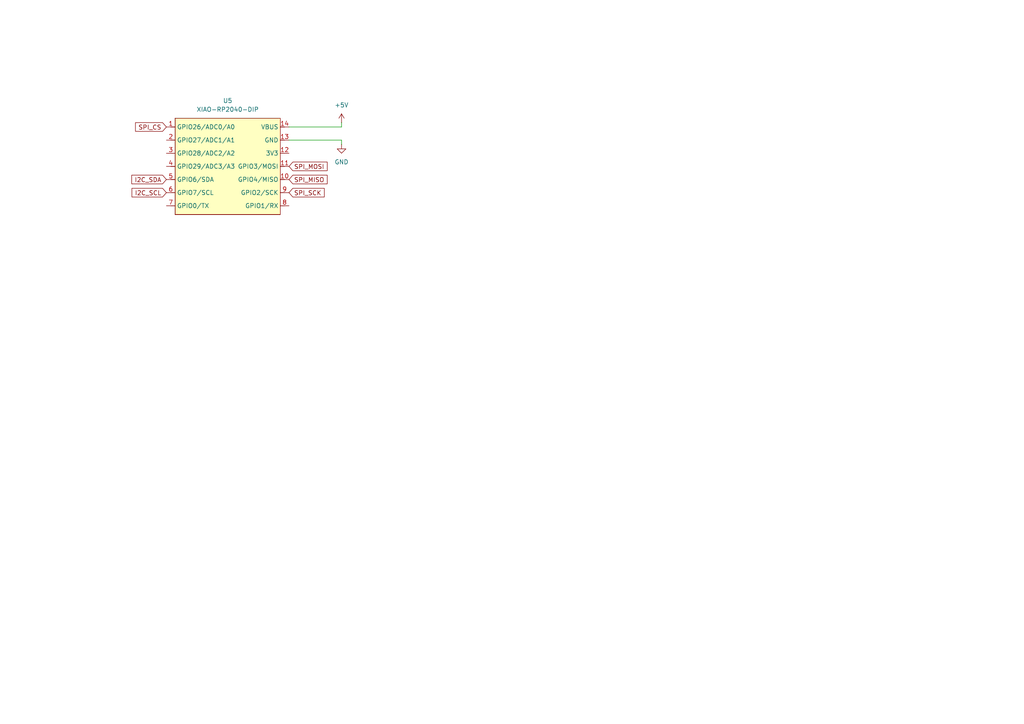
<source format=kicad_sch>
(kicad_sch (version 20250114) (generator "eeschema") (generator_version "9.0")
  (paper "A4")
  (lib_symbols
    (symbol "Seeed_Studio_XIAO_Series:XIAO-RP2040-DIP"
      (property "Reference" "U5" (at 13.97 2.54 0))
      (property "Value" "XIAO-RP2040-DIP" (at 13.97 0 0))
      (symbol "XIAO-RP2040-DIP_1_0"
        (polyline (pts (xy -1.27 -2.54) (xy 29.21 -2.54)) (stroke (width 0.1524)))
        (polyline (pts (xy -1.27 -5.08) (xy -2.54 -5.08)) (stroke (width 0.1524)))
        (polyline (pts (xy -1.27 -5.08) (xy -1.27 -2.54)) (stroke (width 0.1524)))
        (polyline (pts (xy -1.27 -8.89) (xy -2.54 -8.89)) (stroke (width 0.1524)))
        (polyline (pts (xy -1.27 -8.89) (xy -1.27 -5.08)) (stroke (width 0.1524)))
        (polyline (pts (xy -1.27 -12.7) (xy -2.54 -12.7)) (stroke (width 0.1524)))
        (polyline (pts (xy -1.27 -12.7) (xy -1.27 -8.89)) (stroke (width 0.1524)))
        (polyline (pts (xy -1.27 -16.51) (xy -2.54 -16.51)) (stroke (width 0.1524)))
        (polyline (pts (xy -1.27 -16.51) (xy -1.27 -12.7)) (stroke (width 0.1524)))
        (polyline (pts (xy -1.27 -20.32) (xy -2.54 -20.32)) (stroke (width 0.1524)))
        (polyline (pts (xy -1.27 -24.13) (xy -2.54 -24.13)) (stroke (width 0.1524)))
        (polyline (pts (xy -1.27 -27.94) (xy -2.54 -27.94)) (stroke (width 0.1524)))
        (polyline (pts (xy -1.27 -30.48) (xy -1.27 -16.51)) (stroke (width 0.1524)))
        (polyline (pts (xy 29.21 -2.54) (xy 29.21 -5.08)) (stroke (width 0.1524)))
        (polyline (pts (xy 29.21 -5.08) (xy 29.21 -8.89)) (stroke (width 0.1524)))
        (polyline (pts (xy 29.21 -8.89) (xy 29.21 -12.7)) (stroke (width 0.1524)))
        (polyline (pts (xy 29.21 -12.7) (xy 29.21 -30.48)) (stroke (width 0.1524)))
        (polyline (pts (xy 29.21 -30.48) (xy -1.27 -30.48)) (stroke (width 0.1524)))
        (polyline (pts (xy 30.48 -5.08) (xy 29.21 -5.08)) (stroke (width 0.1524)))
        (polyline (pts (xy 30.48 -8.89) (xy 29.21 -8.89)) (stroke (width 0.1524)))
        (polyline (pts (xy 30.48 -12.7) (xy 29.21 -12.7)) (stroke (width 0.1524)))
        (polyline (pts (xy 30.48 -16.51) (xy 29.21 -16.51)) (stroke (width 0.1524)))
        (polyline (pts (xy 30.48 -20.32) (xy 29.21 -20.32)) (stroke (width 0.1524)))
        (polyline (pts (xy 30.48 -24.13) (xy 29.21 -24.13)) (stroke (width 0.1524)))
        (polyline (pts (xy 30.48 -27.94) (xy 29.21 -27.94)) (stroke (width 0.1524)))
        (pin passive line (at -3.81 -5.08 0) (length 2.54) (name "GPIO26/ADC0/A0") (number "1"))
        (pin passive line (at -3.81 -8.89 0) (length 2.54) (name "GPIO27/ADC1/A1") (number "2"))
        (pin passive line (at -3.81 -12.7 0) (length 2.54) (name "GPIO28/ADC2/A2") (number "3"))
        (pin passive line (at -3.81 -16.51 0) (length 2.54) (name "GPIO29/ADC3/A3") (number "4"))
        (pin passive line (at -3.81 -20.32 0) (length 2.54) (name "GPIO6/SDA") (number "5"))
        (pin passive line (at -3.81 -24.13 0) (length 2.54) (name "GPIO7/SCL") (number "6"))
        (pin passive line (at -3.81 -27.94 0) (length 2.54) (name "GPIO0/TX") (number "7"))
        (pin passive line (at 31.75 -5.08 180) (length 2.54) (name "VBUS") (number "14"))
        (pin passive line (at 31.75 -8.89 180) (length 2.54) (name "GND") (number "13"))
        (pin passive line (at 31.75 -12.7 180) (length 2.54) (name "3V3") (number "12"))
        (pin passive line (at 31.75 -16.51 180) (length 2.54) (name "GPIO3/MOSI") (number "11"))
        (pin passive line (at 31.75 -20.32 180) (length 2.54) (name "GPIO4/MISO") (number "10"))
        (pin passive line (at 31.75 -24.13 180) (length 2.54) (name "GPIO2/SCK") (number "9"))
        (pin passive line (at 31.75 -27.94 180) (length 2.54) (name "GPIO1/RX") (number "8"))
      )
      (symbol "XIAO-RP2040-DIP_1_1"
        (rectangle (start -1.27 -2.54) (end 29.21 -30.48) (fill (type background)))
      )
    )
    (symbol "power:+5V" (power) (pin_numbers (hide yes)) (pin_names (offset 0) (hide yes))
      (property "Value" "+5V" (at 0 3.556 0))
      (symbol "+5V_0_1"
        (polyline (pts (xy -0.762 1.27) (xy 0 2.54)))
        (polyline (pts (xy 0 2.54) (xy 0.762 1.27)))
        (polyline (pts (xy 0 0) (xy 0 2.54)))
      )
      (symbol "+5V_1_1"
        (pin power_in line (at 0 0 90) (length 0) (name "~") (number "1"))
      )
    )
    (symbol "power:GND" (power) (pin_numbers (hide yes)) (pin_names (offset 0) (hide yes))
      (property "Value" "GND" (at 0 -3.81 0))
      (symbol "GND_0_1"
        (polyline (pts (xy 0 0) (xy 0 -1.27) (xy 1.27 -1.27) (xy 0 -2.54) (xy -1.27 -1.27) (xy 0 -1.27)))
      )
      (symbol "GND_1_1"
        (pin power_in line (at 0 0 270) (length 0) (name "~") (number "1"))
      )
    )
  )
  (wire (pts (xy 99.06 40.64) (xy 99.06 41.91)))
  (wire (pts (xy 99.06 36.83) (xy 99.06 35.56)))
  (wire (pts (xy 83.82 36.83) (xy 99.06 36.83)))
  (wire (pts (xy 83.82 40.64) (xy 99.06 40.64)))
  (global_label "SPI_MOSI" (shape input) (at 83.82 48.26 0) (property "Intersheetrefs" "${INTERSHEET_REFS}" (effects (hide yes))))
  (global_label "SPI_MISO" (shape input) (at 83.82 52.07 0) (property "Intersheetrefs" "${INTERSHEET_REFS}" (effects (hide yes))))
  (global_label "I2C_SCL" (shape input) (at 48.26 55.88 180) (property "Intersheetrefs" "${INTERSHEET_REFS}" (effects (hide yes))))
  (global_label "I2C_SDA" (shape input) (at 48.26 52.07 180) (property "Intersheetrefs" "${INTERSHEET_REFS}" (effects (hide yes))))
  (global_label "SPI_CS" (shape input) (at 48.26 36.83 180) (property "Intersheetrefs" "${INTERSHEET_REFS}" (effects (hide yes))))
  (global_label "SPI_SCK" (shape input) (at 83.82 55.88 0) (property "Intersheetrefs" "${INTERSHEET_REFS}" (effects (hide yes))))
  (symbol (lib_id "power:+5V") (at 99.06 35.56 0) (unit 1)
    (property "Reference" "#PWR011" (effects (hide yes)))
    (property "Value" "+5V" (at 99.06 30.48 0))
    (property "Description" "Power symbol creates a global label with name \"+5V\"" (effects (hide yes)))
  )
  (symbol (lib_id "power:GND") (at 99.06 41.91 0) (unit 1)
    (property "Reference" "#PWR012" (effects (hide yes)))
    (property "Value" "GND" (at 99.06 46.99 0))
    (property "Description" "Power symbol creates a global label with name \"GND\" , ground" (effects (hide yes)))
  )
  (symbol (lib_id "Seeed_Studio_XIAO_Series:XIAO-RP2040-DIP") (at 52.07 31.75 0) (unit 1)
    (property "Reference" "U5" (at 66.04 29.21 0))
    (property "Value" "XIAO-RP2040-DIP" (at 66.04 31.75 0))
    (property "Footprint" "Module:MOUDLE14P-XIAO-DIP-SMD" (effects (hide yes)))
  )
)
</source>
